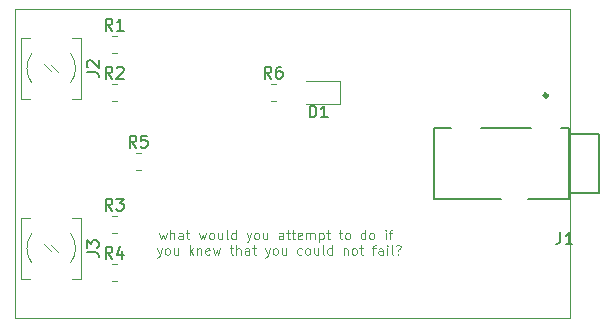
<source format=gbr>
%TF.GenerationSoftware,KiCad,Pcbnew,(6.0.4)*%
%TF.CreationDate,2022-07-05T22:15:58-06:00*%
%TF.ProjectId,fourPostScematic,666f7572-506f-4737-9453-63656d617469,rev?*%
%TF.SameCoordinates,Original*%
%TF.FileFunction,Legend,Top*%
%TF.FilePolarity,Positive*%
%FSLAX46Y46*%
G04 Gerber Fmt 4.6, Leading zero omitted, Abs format (unit mm)*
G04 Created by KiCad (PCBNEW (6.0.4)) date 2022-07-05 22:15:58*
%MOMM*%
%LPD*%
G01*
G04 APERTURE LIST*
%TA.AperFunction,Profile*%
%ADD10C,0.100000*%
%TD*%
%ADD11C,0.050000*%
%ADD12C,0.150000*%
%ADD13C,0.127000*%
%ADD14C,0.300000*%
%ADD15C,0.120000*%
G04 APERTURE END LIST*
D10*
X68072000Y-55372000D02*
X115062000Y-55372000D01*
X115062000Y-55372000D02*
X115062000Y-81534000D01*
X115062000Y-81534000D02*
X68072000Y-81534000D01*
X68072000Y-81534000D02*
X68072000Y-55372000D01*
D11*
X80271619Y-74368571D02*
X80424000Y-74901904D01*
X80576380Y-74520952D01*
X80728761Y-74901904D01*
X80881142Y-74368571D01*
X81185904Y-74901904D02*
X81185904Y-74101904D01*
X81528761Y-74901904D02*
X81528761Y-74482857D01*
X81490666Y-74406666D01*
X81414476Y-74368571D01*
X81300190Y-74368571D01*
X81224000Y-74406666D01*
X81185904Y-74444761D01*
X82252571Y-74901904D02*
X82252571Y-74482857D01*
X82214476Y-74406666D01*
X82138285Y-74368571D01*
X81985904Y-74368571D01*
X81909714Y-74406666D01*
X82252571Y-74863809D02*
X82176380Y-74901904D01*
X81985904Y-74901904D01*
X81909714Y-74863809D01*
X81871619Y-74787619D01*
X81871619Y-74711428D01*
X81909714Y-74635238D01*
X81985904Y-74597142D01*
X82176380Y-74597142D01*
X82252571Y-74559047D01*
X82519238Y-74368571D02*
X82824000Y-74368571D01*
X82633523Y-74101904D02*
X82633523Y-74787619D01*
X82671619Y-74863809D01*
X82747809Y-74901904D01*
X82824000Y-74901904D01*
X83624000Y-74368571D02*
X83776380Y-74901904D01*
X83928761Y-74520952D01*
X84081142Y-74901904D01*
X84233523Y-74368571D01*
X84652571Y-74901904D02*
X84576380Y-74863809D01*
X84538285Y-74825714D01*
X84500190Y-74749523D01*
X84500190Y-74520952D01*
X84538285Y-74444761D01*
X84576380Y-74406666D01*
X84652571Y-74368571D01*
X84766857Y-74368571D01*
X84843047Y-74406666D01*
X84881142Y-74444761D01*
X84919238Y-74520952D01*
X84919238Y-74749523D01*
X84881142Y-74825714D01*
X84843047Y-74863809D01*
X84766857Y-74901904D01*
X84652571Y-74901904D01*
X85604952Y-74368571D02*
X85604952Y-74901904D01*
X85262095Y-74368571D02*
X85262095Y-74787619D01*
X85300190Y-74863809D01*
X85376380Y-74901904D01*
X85490666Y-74901904D01*
X85566857Y-74863809D01*
X85604952Y-74825714D01*
X86100190Y-74901904D02*
X86024000Y-74863809D01*
X85985904Y-74787619D01*
X85985904Y-74101904D01*
X86747809Y-74901904D02*
X86747809Y-74101904D01*
X86747809Y-74863809D02*
X86671619Y-74901904D01*
X86519238Y-74901904D01*
X86443047Y-74863809D01*
X86404952Y-74825714D01*
X86366857Y-74749523D01*
X86366857Y-74520952D01*
X86404952Y-74444761D01*
X86443047Y-74406666D01*
X86519238Y-74368571D01*
X86671619Y-74368571D01*
X86747809Y-74406666D01*
X87662095Y-74368571D02*
X87852571Y-74901904D01*
X88043047Y-74368571D02*
X87852571Y-74901904D01*
X87776380Y-75092380D01*
X87738285Y-75130476D01*
X87662095Y-75168571D01*
X88462095Y-74901904D02*
X88385904Y-74863809D01*
X88347809Y-74825714D01*
X88309714Y-74749523D01*
X88309714Y-74520952D01*
X88347809Y-74444761D01*
X88385904Y-74406666D01*
X88462095Y-74368571D01*
X88576380Y-74368571D01*
X88652571Y-74406666D01*
X88690666Y-74444761D01*
X88728761Y-74520952D01*
X88728761Y-74749523D01*
X88690666Y-74825714D01*
X88652571Y-74863809D01*
X88576380Y-74901904D01*
X88462095Y-74901904D01*
X89414476Y-74368571D02*
X89414476Y-74901904D01*
X89071619Y-74368571D02*
X89071619Y-74787619D01*
X89109714Y-74863809D01*
X89185904Y-74901904D01*
X89300190Y-74901904D01*
X89376380Y-74863809D01*
X89414476Y-74825714D01*
X90747809Y-74901904D02*
X90747809Y-74482857D01*
X90709714Y-74406666D01*
X90633523Y-74368571D01*
X90481142Y-74368571D01*
X90404952Y-74406666D01*
X90747809Y-74863809D02*
X90671619Y-74901904D01*
X90481142Y-74901904D01*
X90404952Y-74863809D01*
X90366857Y-74787619D01*
X90366857Y-74711428D01*
X90404952Y-74635238D01*
X90481142Y-74597142D01*
X90671619Y-74597142D01*
X90747809Y-74559047D01*
X91014476Y-74368571D02*
X91319238Y-74368571D01*
X91128761Y-74101904D02*
X91128761Y-74787619D01*
X91166857Y-74863809D01*
X91243047Y-74901904D01*
X91319238Y-74901904D01*
X91471619Y-74368571D02*
X91776380Y-74368571D01*
X91585904Y-74101904D02*
X91585904Y-74787619D01*
X91624000Y-74863809D01*
X91700190Y-74901904D01*
X91776380Y-74901904D01*
X92347809Y-74863809D02*
X92271619Y-74901904D01*
X92119238Y-74901904D01*
X92043047Y-74863809D01*
X92004952Y-74787619D01*
X92004952Y-74482857D01*
X92043047Y-74406666D01*
X92119238Y-74368571D01*
X92271619Y-74368571D01*
X92347809Y-74406666D01*
X92385904Y-74482857D01*
X92385904Y-74559047D01*
X92004952Y-74635238D01*
X92728761Y-74901904D02*
X92728761Y-74368571D01*
X92728761Y-74444761D02*
X92766857Y-74406666D01*
X92843047Y-74368571D01*
X92957333Y-74368571D01*
X93033523Y-74406666D01*
X93071619Y-74482857D01*
X93071619Y-74901904D01*
X93071619Y-74482857D02*
X93109714Y-74406666D01*
X93185904Y-74368571D01*
X93300190Y-74368571D01*
X93376380Y-74406666D01*
X93414476Y-74482857D01*
X93414476Y-74901904D01*
X93795428Y-74368571D02*
X93795428Y-75168571D01*
X93795428Y-74406666D02*
X93871619Y-74368571D01*
X94024000Y-74368571D01*
X94100190Y-74406666D01*
X94138285Y-74444761D01*
X94176380Y-74520952D01*
X94176380Y-74749523D01*
X94138285Y-74825714D01*
X94100190Y-74863809D01*
X94024000Y-74901904D01*
X93871619Y-74901904D01*
X93795428Y-74863809D01*
X94404952Y-74368571D02*
X94709714Y-74368571D01*
X94519238Y-74101904D02*
X94519238Y-74787619D01*
X94557333Y-74863809D01*
X94633523Y-74901904D01*
X94709714Y-74901904D01*
X95471619Y-74368571D02*
X95776380Y-74368571D01*
X95585904Y-74101904D02*
X95585904Y-74787619D01*
X95624000Y-74863809D01*
X95700190Y-74901904D01*
X95776380Y-74901904D01*
X96157333Y-74901904D02*
X96081142Y-74863809D01*
X96043047Y-74825714D01*
X96004952Y-74749523D01*
X96004952Y-74520952D01*
X96043047Y-74444761D01*
X96081142Y-74406666D01*
X96157333Y-74368571D01*
X96271619Y-74368571D01*
X96347809Y-74406666D01*
X96385904Y-74444761D01*
X96423999Y-74520952D01*
X96423999Y-74749523D01*
X96385904Y-74825714D01*
X96347809Y-74863809D01*
X96271619Y-74901904D01*
X96157333Y-74901904D01*
X97719238Y-74901904D02*
X97719238Y-74101904D01*
X97719238Y-74863809D02*
X97643047Y-74901904D01*
X97490666Y-74901904D01*
X97414476Y-74863809D01*
X97376380Y-74825714D01*
X97338285Y-74749523D01*
X97338285Y-74520952D01*
X97376380Y-74444761D01*
X97414476Y-74406666D01*
X97490666Y-74368571D01*
X97643047Y-74368571D01*
X97719238Y-74406666D01*
X98214476Y-74901904D02*
X98138285Y-74863809D01*
X98100190Y-74825714D01*
X98062095Y-74749523D01*
X98062095Y-74520952D01*
X98100190Y-74444761D01*
X98138285Y-74406666D01*
X98214476Y-74368571D01*
X98328761Y-74368571D01*
X98404952Y-74406666D01*
X98443047Y-74444761D01*
X98481142Y-74520952D01*
X98481142Y-74749523D01*
X98443047Y-74825714D01*
X98404952Y-74863809D01*
X98328761Y-74901904D01*
X98214476Y-74901904D01*
X99433523Y-74901904D02*
X99433523Y-74368571D01*
X99433523Y-74101904D02*
X99395428Y-74140000D01*
X99433523Y-74178095D01*
X99471619Y-74140000D01*
X99433523Y-74101904D01*
X99433523Y-74178095D01*
X99700190Y-74368571D02*
X100004952Y-74368571D01*
X99814476Y-74901904D02*
X99814476Y-74216190D01*
X99852571Y-74140000D01*
X99928761Y-74101904D01*
X100004952Y-74101904D01*
X80100190Y-75656571D02*
X80290666Y-76189904D01*
X80481142Y-75656571D02*
X80290666Y-76189904D01*
X80214476Y-76380380D01*
X80176380Y-76418476D01*
X80100190Y-76456571D01*
X80900190Y-76189904D02*
X80824000Y-76151809D01*
X80785904Y-76113714D01*
X80747809Y-76037523D01*
X80747809Y-75808952D01*
X80785904Y-75732761D01*
X80824000Y-75694666D01*
X80900190Y-75656571D01*
X81014476Y-75656571D01*
X81090666Y-75694666D01*
X81128761Y-75732761D01*
X81166857Y-75808952D01*
X81166857Y-76037523D01*
X81128761Y-76113714D01*
X81090666Y-76151809D01*
X81014476Y-76189904D01*
X80900190Y-76189904D01*
X81852571Y-75656571D02*
X81852571Y-76189904D01*
X81509714Y-75656571D02*
X81509714Y-76075619D01*
X81547809Y-76151809D01*
X81624000Y-76189904D01*
X81738285Y-76189904D01*
X81814476Y-76151809D01*
X81852571Y-76113714D01*
X82843047Y-76189904D02*
X82843047Y-75389904D01*
X82919238Y-75885142D02*
X83147809Y-76189904D01*
X83147809Y-75656571D02*
X82843047Y-75961333D01*
X83490666Y-75656571D02*
X83490666Y-76189904D01*
X83490666Y-75732761D02*
X83528761Y-75694666D01*
X83604952Y-75656571D01*
X83719238Y-75656571D01*
X83795428Y-75694666D01*
X83833523Y-75770857D01*
X83833523Y-76189904D01*
X84519238Y-76151809D02*
X84443047Y-76189904D01*
X84290666Y-76189904D01*
X84214476Y-76151809D01*
X84176380Y-76075619D01*
X84176380Y-75770857D01*
X84214476Y-75694666D01*
X84290666Y-75656571D01*
X84443047Y-75656571D01*
X84519238Y-75694666D01*
X84557333Y-75770857D01*
X84557333Y-75847047D01*
X84176380Y-75923238D01*
X84824000Y-75656571D02*
X84976380Y-76189904D01*
X85128761Y-75808952D01*
X85281142Y-76189904D01*
X85433523Y-75656571D01*
X86233523Y-75656571D02*
X86538285Y-75656571D01*
X86347809Y-75389904D02*
X86347809Y-76075619D01*
X86385904Y-76151809D01*
X86462095Y-76189904D01*
X86538285Y-76189904D01*
X86804952Y-76189904D02*
X86804952Y-75389904D01*
X87147809Y-76189904D02*
X87147809Y-75770857D01*
X87109714Y-75694666D01*
X87033523Y-75656571D01*
X86919238Y-75656571D01*
X86843047Y-75694666D01*
X86804952Y-75732761D01*
X87871619Y-76189904D02*
X87871619Y-75770857D01*
X87833523Y-75694666D01*
X87757333Y-75656571D01*
X87604952Y-75656571D01*
X87528761Y-75694666D01*
X87871619Y-76151809D02*
X87795428Y-76189904D01*
X87604952Y-76189904D01*
X87528761Y-76151809D01*
X87490666Y-76075619D01*
X87490666Y-75999428D01*
X87528761Y-75923238D01*
X87604952Y-75885142D01*
X87795428Y-75885142D01*
X87871619Y-75847047D01*
X88138285Y-75656571D02*
X88443047Y-75656571D01*
X88252571Y-75389904D02*
X88252571Y-76075619D01*
X88290666Y-76151809D01*
X88366857Y-76189904D01*
X88443047Y-76189904D01*
X89243047Y-75656571D02*
X89433523Y-76189904D01*
X89624000Y-75656571D02*
X89433523Y-76189904D01*
X89357333Y-76380380D01*
X89319238Y-76418476D01*
X89243047Y-76456571D01*
X90043047Y-76189904D02*
X89966857Y-76151809D01*
X89928761Y-76113714D01*
X89890666Y-76037523D01*
X89890666Y-75808952D01*
X89928761Y-75732761D01*
X89966857Y-75694666D01*
X90043047Y-75656571D01*
X90157333Y-75656571D01*
X90233523Y-75694666D01*
X90271619Y-75732761D01*
X90309714Y-75808952D01*
X90309714Y-76037523D01*
X90271619Y-76113714D01*
X90233523Y-76151809D01*
X90157333Y-76189904D01*
X90043047Y-76189904D01*
X90995428Y-75656571D02*
X90995428Y-76189904D01*
X90652571Y-75656571D02*
X90652571Y-76075619D01*
X90690666Y-76151809D01*
X90766857Y-76189904D01*
X90881142Y-76189904D01*
X90957333Y-76151809D01*
X90995428Y-76113714D01*
X92328761Y-76151809D02*
X92252571Y-76189904D01*
X92100190Y-76189904D01*
X92024000Y-76151809D01*
X91985904Y-76113714D01*
X91947809Y-76037523D01*
X91947809Y-75808952D01*
X91985904Y-75732761D01*
X92024000Y-75694666D01*
X92100190Y-75656571D01*
X92252571Y-75656571D01*
X92328761Y-75694666D01*
X92785904Y-76189904D02*
X92709714Y-76151809D01*
X92671619Y-76113714D01*
X92633523Y-76037523D01*
X92633523Y-75808952D01*
X92671619Y-75732761D01*
X92709714Y-75694666D01*
X92785904Y-75656571D01*
X92900190Y-75656571D01*
X92976380Y-75694666D01*
X93014476Y-75732761D01*
X93052571Y-75808952D01*
X93052571Y-76037523D01*
X93014476Y-76113714D01*
X92976380Y-76151809D01*
X92900190Y-76189904D01*
X92785904Y-76189904D01*
X93738285Y-75656571D02*
X93738285Y-76189904D01*
X93395428Y-75656571D02*
X93395428Y-76075619D01*
X93433523Y-76151809D01*
X93509714Y-76189904D01*
X93624000Y-76189904D01*
X93700190Y-76151809D01*
X93738285Y-76113714D01*
X94233523Y-76189904D02*
X94157333Y-76151809D01*
X94119238Y-76075619D01*
X94119238Y-75389904D01*
X94881142Y-76189904D02*
X94881142Y-75389904D01*
X94881142Y-76151809D02*
X94804952Y-76189904D01*
X94652571Y-76189904D01*
X94576380Y-76151809D01*
X94538285Y-76113714D01*
X94500190Y-76037523D01*
X94500190Y-75808952D01*
X94538285Y-75732761D01*
X94576380Y-75694666D01*
X94652571Y-75656571D01*
X94804952Y-75656571D01*
X94881142Y-75694666D01*
X95871619Y-75656571D02*
X95871619Y-76189904D01*
X95871619Y-75732761D02*
X95909714Y-75694666D01*
X95985904Y-75656571D01*
X96100190Y-75656571D01*
X96176380Y-75694666D01*
X96214476Y-75770857D01*
X96214476Y-76189904D01*
X96709714Y-76189904D02*
X96633523Y-76151809D01*
X96595428Y-76113714D01*
X96557333Y-76037523D01*
X96557333Y-75808952D01*
X96595428Y-75732761D01*
X96633523Y-75694666D01*
X96709714Y-75656571D01*
X96824000Y-75656571D01*
X96900190Y-75694666D01*
X96938285Y-75732761D01*
X96976380Y-75808952D01*
X96976380Y-76037523D01*
X96938285Y-76113714D01*
X96900190Y-76151809D01*
X96824000Y-76189904D01*
X96709714Y-76189904D01*
X97204952Y-75656571D02*
X97509714Y-75656571D01*
X97319238Y-75389904D02*
X97319238Y-76075619D01*
X97357333Y-76151809D01*
X97433523Y-76189904D01*
X97509714Y-76189904D01*
X98271619Y-75656571D02*
X98576380Y-75656571D01*
X98385904Y-76189904D02*
X98385904Y-75504190D01*
X98424000Y-75428000D01*
X98500190Y-75389904D01*
X98576380Y-75389904D01*
X99185904Y-76189904D02*
X99185904Y-75770857D01*
X99147809Y-75694666D01*
X99071619Y-75656571D01*
X98919238Y-75656571D01*
X98843047Y-75694666D01*
X99185904Y-76151809D02*
X99109714Y-76189904D01*
X98919238Y-76189904D01*
X98843047Y-76151809D01*
X98804952Y-76075619D01*
X98804952Y-75999428D01*
X98843047Y-75923238D01*
X98919238Y-75885142D01*
X99109714Y-75885142D01*
X99185904Y-75847047D01*
X99566857Y-76189904D02*
X99566857Y-75656571D01*
X99566857Y-75389904D02*
X99528761Y-75428000D01*
X99566857Y-75466095D01*
X99604952Y-75428000D01*
X99566857Y-75389904D01*
X99566857Y-75466095D01*
X100062095Y-76189904D02*
X99985904Y-76151809D01*
X99947809Y-76075619D01*
X99947809Y-75389904D01*
X100481142Y-76113714D02*
X100519238Y-76151809D01*
X100481142Y-76189904D01*
X100443047Y-76151809D01*
X100481142Y-76113714D01*
X100481142Y-76189904D01*
X100328761Y-75428000D02*
X100404952Y-75389904D01*
X100595428Y-75389904D01*
X100671619Y-75428000D01*
X100709714Y-75504190D01*
X100709714Y-75580380D01*
X100671619Y-75656571D01*
X100633523Y-75694666D01*
X100557333Y-75732761D01*
X100519238Y-75770857D01*
X100481142Y-75847047D01*
X100481142Y-75885142D01*
D12*
%TO.C,J1*%
X114234722Y-74300464D02*
X114234722Y-75015189D01*
X114187073Y-75158133D01*
X114091777Y-75253430D01*
X113948832Y-75301078D01*
X113853535Y-75301078D01*
X115235336Y-75301078D02*
X114663556Y-75301078D01*
X114949446Y-75301078D02*
X114949446Y-74300464D01*
X114854149Y-74443409D01*
X114758853Y-74538706D01*
X114663556Y-74586354D01*
%TO.C,R6*%
X89749333Y-61286380D02*
X89416000Y-60810190D01*
X89177904Y-61286380D02*
X89177904Y-60286380D01*
X89558857Y-60286380D01*
X89654095Y-60334000D01*
X89701714Y-60381619D01*
X89749333Y-60476857D01*
X89749333Y-60619714D01*
X89701714Y-60714952D01*
X89654095Y-60762571D01*
X89558857Y-60810190D01*
X89177904Y-60810190D01*
X90606476Y-60286380D02*
X90416000Y-60286380D01*
X90320761Y-60334000D01*
X90273142Y-60381619D01*
X90177904Y-60524476D01*
X90130285Y-60714952D01*
X90130285Y-61095904D01*
X90177904Y-61191142D01*
X90225523Y-61238761D01*
X90320761Y-61286380D01*
X90511238Y-61286380D01*
X90606476Y-61238761D01*
X90654095Y-61191142D01*
X90701714Y-61095904D01*
X90701714Y-60857809D01*
X90654095Y-60762571D01*
X90606476Y-60714952D01*
X90511238Y-60667333D01*
X90320761Y-60667333D01*
X90225523Y-60714952D01*
X90177904Y-60762571D01*
X90130285Y-60857809D01*
%TO.C,R4*%
X76287333Y-76526380D02*
X75954000Y-76050190D01*
X75715904Y-76526380D02*
X75715904Y-75526380D01*
X76096857Y-75526380D01*
X76192095Y-75574000D01*
X76239714Y-75621619D01*
X76287333Y-75716857D01*
X76287333Y-75859714D01*
X76239714Y-75954952D01*
X76192095Y-76002571D01*
X76096857Y-76050190D01*
X75715904Y-76050190D01*
X77144476Y-75859714D02*
X77144476Y-76526380D01*
X76906380Y-75478761D02*
X76668285Y-76193047D01*
X77287333Y-76193047D01*
%TO.C,D1*%
X92987904Y-64586380D02*
X92987904Y-63586380D01*
X93226000Y-63586380D01*
X93368857Y-63634000D01*
X93464095Y-63729238D01*
X93511714Y-63824476D01*
X93559333Y-64014952D01*
X93559333Y-64157809D01*
X93511714Y-64348285D01*
X93464095Y-64443523D01*
X93368857Y-64538761D01*
X93226000Y-64586380D01*
X92987904Y-64586380D01*
X94511714Y-64586380D02*
X93940285Y-64586380D01*
X94226000Y-64586380D02*
X94226000Y-63586380D01*
X94130761Y-63729238D01*
X94035523Y-63824476D01*
X93940285Y-63872095D01*
%TO.C,J3*%
X74132380Y-75993333D02*
X74846666Y-75993333D01*
X74989523Y-76040952D01*
X75084761Y-76136190D01*
X75132380Y-76279047D01*
X75132380Y-76374285D01*
X74132380Y-75612380D02*
X74132380Y-74993333D01*
X74513333Y-75326666D01*
X74513333Y-75183809D01*
X74560952Y-75088571D01*
X74608571Y-75040952D01*
X74703809Y-74993333D01*
X74941904Y-74993333D01*
X75037142Y-75040952D01*
X75084761Y-75088571D01*
X75132380Y-75183809D01*
X75132380Y-75469523D01*
X75084761Y-75564761D01*
X75037142Y-75612380D01*
%TO.C,J2*%
X74132380Y-60753333D02*
X74846666Y-60753333D01*
X74989523Y-60800952D01*
X75084761Y-60896190D01*
X75132380Y-61039047D01*
X75132380Y-61134285D01*
X74227619Y-60324761D02*
X74180000Y-60277142D01*
X74132380Y-60181904D01*
X74132380Y-59943809D01*
X74180000Y-59848571D01*
X74227619Y-59800952D01*
X74322857Y-59753333D01*
X74418095Y-59753333D01*
X74560952Y-59800952D01*
X75132380Y-60372380D01*
X75132380Y-59753333D01*
%TO.C,R2*%
X76287333Y-61286380D02*
X75954000Y-60810190D01*
X75715904Y-61286380D02*
X75715904Y-60286380D01*
X76096857Y-60286380D01*
X76192095Y-60334000D01*
X76239714Y-60381619D01*
X76287333Y-60476857D01*
X76287333Y-60619714D01*
X76239714Y-60714952D01*
X76192095Y-60762571D01*
X76096857Y-60810190D01*
X75715904Y-60810190D01*
X76668285Y-60381619D02*
X76715904Y-60334000D01*
X76811142Y-60286380D01*
X77049238Y-60286380D01*
X77144476Y-60334000D01*
X77192095Y-60381619D01*
X77239714Y-60476857D01*
X77239714Y-60572095D01*
X77192095Y-60714952D01*
X76620666Y-61286380D01*
X77239714Y-61286380D01*
%TO.C,R5*%
X78319333Y-67128380D02*
X77986000Y-66652190D01*
X77747904Y-67128380D02*
X77747904Y-66128380D01*
X78128857Y-66128380D01*
X78224095Y-66176000D01*
X78271714Y-66223619D01*
X78319333Y-66318857D01*
X78319333Y-66461714D01*
X78271714Y-66556952D01*
X78224095Y-66604571D01*
X78128857Y-66652190D01*
X77747904Y-66652190D01*
X79224095Y-66128380D02*
X78747904Y-66128380D01*
X78700285Y-66604571D01*
X78747904Y-66556952D01*
X78843142Y-66509333D01*
X79081238Y-66509333D01*
X79176476Y-66556952D01*
X79224095Y-66604571D01*
X79271714Y-66699809D01*
X79271714Y-66937904D01*
X79224095Y-67033142D01*
X79176476Y-67080761D01*
X79081238Y-67128380D01*
X78843142Y-67128380D01*
X78747904Y-67080761D01*
X78700285Y-67033142D01*
%TO.C,R3*%
X76287333Y-72462380D02*
X75954000Y-71986190D01*
X75715904Y-72462380D02*
X75715904Y-71462380D01*
X76096857Y-71462380D01*
X76192095Y-71510000D01*
X76239714Y-71557619D01*
X76287333Y-71652857D01*
X76287333Y-71795714D01*
X76239714Y-71890952D01*
X76192095Y-71938571D01*
X76096857Y-71986190D01*
X75715904Y-71986190D01*
X76620666Y-71462380D02*
X77239714Y-71462380D01*
X76906380Y-71843333D01*
X77049238Y-71843333D01*
X77144476Y-71890952D01*
X77192095Y-71938571D01*
X77239714Y-72033809D01*
X77239714Y-72271904D01*
X77192095Y-72367142D01*
X77144476Y-72414761D01*
X77049238Y-72462380D01*
X76763523Y-72462380D01*
X76668285Y-72414761D01*
X76620666Y-72367142D01*
%TO.C,R1*%
X76287333Y-57222380D02*
X75954000Y-56746190D01*
X75715904Y-57222380D02*
X75715904Y-56222380D01*
X76096857Y-56222380D01*
X76192095Y-56270000D01*
X76239714Y-56317619D01*
X76287333Y-56412857D01*
X76287333Y-56555714D01*
X76239714Y-56650952D01*
X76192095Y-56698571D01*
X76096857Y-56746190D01*
X75715904Y-56746190D01*
X77239714Y-57222380D02*
X76668285Y-57222380D01*
X76954000Y-57222380D02*
X76954000Y-56222380D01*
X76858761Y-56365238D01*
X76763523Y-56460476D01*
X76668285Y-56508095D01*
D13*
%TO.C,J1*%
X103490000Y-65459500D02*
X104990000Y-65459500D01*
X114990000Y-65459500D02*
X114990000Y-65959500D01*
X117490000Y-70959500D02*
X117490000Y-65959500D01*
X114990000Y-71459500D02*
X111490000Y-71459500D01*
X114990000Y-70959500D02*
X117490000Y-70959500D01*
X109240000Y-71459500D02*
X103490000Y-71459500D01*
X107490000Y-65459500D02*
X111740000Y-65459500D01*
X114240000Y-65459500D02*
X114990000Y-65459500D01*
X114990000Y-65959500D02*
X114990000Y-71459500D01*
X117490000Y-65959500D02*
X114990000Y-65959500D01*
X103490000Y-71459500D02*
X103490000Y-65459500D01*
D14*
X113140000Y-62709500D02*
G75*
G03*
X113140000Y-62709500I-150000J0D01*
G01*
D15*
%TO.C,R6*%
X89688936Y-63219000D02*
X90143064Y-63219000D01*
X89688936Y-61749000D02*
X90143064Y-61749000D01*
%TO.C,R4*%
X76226936Y-76989000D02*
X76681064Y-76989000D01*
X76226936Y-78459000D02*
X76681064Y-78459000D01*
%TO.C,D1*%
X95586000Y-63444000D02*
X95586000Y-61524000D01*
X92726000Y-63444000D02*
X95586000Y-63444000D01*
X95586000Y-61524000D02*
X92726000Y-61524000D01*
%TO.C,J3*%
X68560000Y-73100000D02*
X68560000Y-78220000D01*
X70549000Y-75340000D02*
X70549000Y-75340000D01*
X69365000Y-78220000D02*
X68560000Y-78220000D01*
X71692000Y-75980000D02*
X71692000Y-75980000D01*
X73680000Y-73100000D02*
X72875000Y-73100000D01*
X73680000Y-78220000D02*
X72875000Y-78220000D01*
X71663000Y-75951000D02*
X71131000Y-75419000D01*
X73680000Y-73100000D02*
X73680000Y-78220000D01*
X69365000Y-73100000D02*
X68560000Y-73100000D01*
X71109000Y-75901000D02*
X70577000Y-75368000D01*
X69060000Y-75660000D02*
G75*
G03*
X69474811Y-76899739I2060000J0D01*
G01*
X69474999Y-74418999D02*
G75*
G03*
X69059686Y-75694842I1645001J-1241001D01*
G01*
X72766000Y-76900000D02*
G75*
G03*
X72765664Y-74419554I-1646000J1240000D01*
G01*
%TO.C,J2*%
X68560000Y-57860000D02*
X68560000Y-62980000D01*
X73680000Y-57860000D02*
X72875000Y-57860000D01*
X73680000Y-62980000D02*
X72875000Y-62980000D01*
X69365000Y-62980000D02*
X68560000Y-62980000D01*
X71692000Y-60740000D02*
X71692000Y-60740000D01*
X69365000Y-57860000D02*
X68560000Y-57860000D01*
X71109000Y-60661000D02*
X70577000Y-60128000D01*
X71663000Y-60711000D02*
X71131000Y-60179000D01*
X73680000Y-57860000D02*
X73680000Y-62980000D01*
X70549000Y-60100000D02*
X70549000Y-60100000D01*
X72766000Y-61660000D02*
G75*
G03*
X72765664Y-59179554I-1646000J1240000D01*
G01*
X69474999Y-59178999D02*
G75*
G03*
X69059686Y-60454842I1645001J-1241001D01*
G01*
X69060000Y-60420000D02*
G75*
G03*
X69474811Y-61659739I2060000J0D01*
G01*
%TO.C,R2*%
X76226936Y-63219000D02*
X76681064Y-63219000D01*
X76226936Y-61749000D02*
X76681064Y-61749000D01*
%TO.C,R5*%
X78258936Y-69061000D02*
X78713064Y-69061000D01*
X78258936Y-67591000D02*
X78713064Y-67591000D01*
%TO.C,R3*%
X76226936Y-74395000D02*
X76681064Y-74395000D01*
X76226936Y-72925000D02*
X76681064Y-72925000D01*
%TO.C,R1*%
X76226936Y-59155000D02*
X76681064Y-59155000D01*
X76226936Y-57685000D02*
X76681064Y-57685000D01*
%TD*%
M02*

</source>
